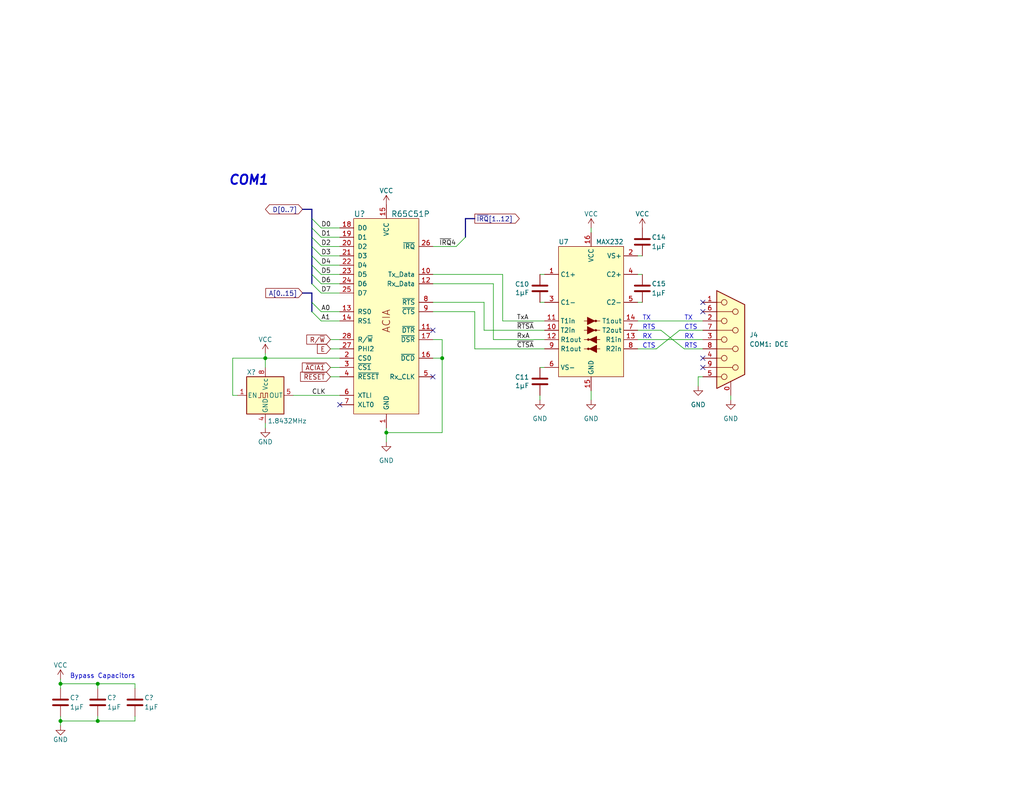
<source format=kicad_sch>
(kicad_sch (version 20230121) (generator eeschema)
  (paper "USLetter")
  (title_block (title "Asynchronous Communication Interface Adapter (ACIA)") (date "2024-02-18") (rev "1.0") (company "Frédéric Segard") (comment 1 "MicroHobbyist") (comment 2 "microhobbyist.com"))
  (lib_symbols
    (symbol "0_Library:MAX232"
      (property "Reference" "U" (at -7.62 0 0))
      (property "Value" "MAX232" (at 1.27 0 0))
      (symbol "MAX232_0_1"
        (rectangle (start -8.89 -1.27) (end 8.89 -36.83) (stroke (width 0.1524)) (fill (type background)))
        (circle (center -0.762 -29.21) (radius 0.254) (stroke (width 0.1524)) (fill (type outline)))
        (circle (center -0.762 -26.67) (radius 0.254) (stroke (width 0.1524)) (fill (type outline)))
        (polyline (pts (xy -1.016 -24.13) (xy -1.905 -24.13)) (stroke (width 0.1524)))
        (polyline (pts (xy -1.016 -21.59) (xy -1.905 -21.59)) (stroke (width 0.1524)))
        (polyline (pts (xy -0.508 -29.21) (xy -1.905 -29.21)) (stroke (width 0.1524)))
        (polyline (pts (xy -0.508 -26.67) (xy -1.905 -26.67)) (stroke (width 0.1524)))
        (polyline (pts (xy 1.016 -24.13) (xy 2.413 -24.13)) (stroke (width 0.1524)))
        (polyline (pts (xy 1.016 -21.59) (xy 2.413 -21.59)) (stroke (width 0.1524)))
        (polyline (pts (xy 1.524 -29.21) (xy 2.413 -29.21)) (stroke (width 0.1524)))
        (polyline (pts (xy 1.524 -26.67) (xy 2.413 -26.67)) (stroke (width 0.1524)))
        (polyline (pts (xy -1.016 -23.114) (xy 1.016 -24.13) (xy -1.016 -25.146) (xy -1.016 -23.114)) (stroke (width 0.1524)) (fill (type outline)))
        (polyline (pts (xy -1.016 -20.574) (xy -1.016 -22.606) (xy 1.016 -21.59) (xy -1.016 -20.574)) (stroke (width 0.1524)) (fill (type outline)))
        (polyline (pts (xy 1.524 -28.194) (xy 1.524 -30.226) (xy -0.508 -29.21) (xy 1.524 -28.194)) (stroke (width 0.1524)) (fill (type outline)))
        (polyline (pts (xy 1.524 -25.781) (xy 1.524 -27.686) (xy -0.508 -26.67) (xy 1.524 -25.781)) (stroke (width 0.1524)) (fill (type outline)))
        (circle (center 1.27 -24.13) (radius 0.254) (stroke (width 0.1524)) (fill (type outline)))
        (circle (center 1.27 -21.59) (radius 0.254) (stroke (width 0.1524)) (fill (type outline)))
      )
      (symbol "MAX232_1_1"
        (pin passive line (at -12.7 -8.89 0) (length 3.81) (name "C1+") (number "1"))
        (pin input line (at -12.7 -24.13 0) (length 3.81) (name "T2in") (number "10"))
        (pin input line (at -12.7 -21.59 0) (length 3.81) (name "T1in") (number "11"))
        (pin output line (at -12.7 -26.67 0) (length 3.81) (name "R1out") (number "12"))
        (pin input line (at 12.7 -26.67 180) (length 3.81) (name "R1in") (number "13"))
        (pin output line (at 12.7 -21.59 180) (length 3.81) (name "T1out") (number "14"))
        (pin power_in line (at 0 -40.64 90) (length 3.81) (name "GND") (number "15"))
        (pin power_in line (at 0 2.54 270) (length 3.81) (name "VCC") (number "16"))
        (pin power_out line (at 12.7 -3.81 180) (length 3.81) (name "VS+") (number "2"))
        (pin passive line (at -12.7 -16.51 0) (length 3.81) (name "C1-") (number "3"))
        (pin passive line (at 12.7 -8.89 180) (length 3.81) (name "C2+") (number "4"))
        (pin passive line (at 12.7 -16.51 180) (length 3.81) (name "C2-") (number "5"))
        (pin power_out line (at -12.7 -34.29 0) (length 3.81) (name "VS-") (number "6"))
        (pin output line (at 12.7 -24.13 180) (length 3.81) (name "T2out") (number "7"))
        (pin input line (at 12.7 -29.21 180) (length 3.81) (name "R2in") (number "8"))
        (pin output line (at -12.7 -29.21 0) (length 3.81) (name "R1out") (number "9"))
      )
    )
    (symbol "0_Library:R65C51" (pin_names (offset 1.016))
      (property "Reference" "U" (at -8.89 19.05 0))
      (property "Value" "R65C51P" (at 1.27 19.05 0))
      (symbol "R65C51_0_1"
        (rectangle (start -8.89 17.78) (end 8.89 -35.56) (fill (type background)))
      )
      (symbol "R65C51_1_0"
        (text "ACIA" (at 0 -10.16 900) (effects (font (size 2 2))))
      )
      (symbol "R65C51_1_1"
        (pin power_in line (at 0 -39.37 90) (length 3.81) (name "GND") (number "1"))
        (pin output line (at 12.7 2.54 180) (length 3.81) (name "Tx_Data") (number "10"))
        (pin output line (at 12.7 -12.7 180) (length 3.81) (name "~{DTR}") (number "11"))
        (pin input line (at 12.7 0 180) (length 3.81) (name "Rx_Data") (number "12"))
        (pin input line (at -12.7 -7.62 0) (length 3.81) (name "RS0") (number "13"))
        (pin input line (at -12.7 -10.16 0) (length 3.81) (name "RS1") (number "14"))
        (pin power_in line (at 0 21.59 270) (length 3.81) (name "VCC") (number "15"))
        (pin input line (at 12.7 -20.32 180) (length 3.81) (name "~{DCD}") (number "16"))
        (pin input line (at 12.7 -15.24 180) (length 3.81) (name "~{DSR}") (number "17"))
        (pin bidirectional line (at -12.7 15.24 0) (length 3.81) (name "D0") (number "18"))
        (pin bidirectional line (at -12.7 12.7 0) (length 3.81) (name "D1") (number "19"))
        (pin input line (at -12.7 -20.32 0) (length 3.81) (name "CS0") (number "2"))
        (pin bidirectional line (at -12.7 10.16 0) (length 3.81) (name "D2") (number "20"))
        (pin bidirectional line (at -12.7 7.62 0) (length 3.81) (name "D3") (number "21"))
        (pin bidirectional line (at -12.7 5.08 0) (length 3.81) (name "D4") (number "22"))
        (pin bidirectional line (at -12.7 2.54 0) (length 3.81) (name "D5") (number "23"))
        (pin bidirectional line (at -12.7 0 0) (length 3.81) (name "D6") (number "24"))
        (pin bidirectional line (at -12.7 -2.54 0) (length 3.81) (name "D7") (number "25"))
        (pin output line (at 12.7 10.16 180) (length 3.81) (name "~{IRQ}") (number "26"))
        (pin input line (at -12.7 -17.78 0) (length 3.81) (name "PHI2") (number "27"))
        (pin input line (at -12.7 -15.24 0) (length 3.81) (name "R/~{W}") (number "28"))
        (pin input line (at -12.7 -22.86 0) (length 3.81) (name "~{CS1}") (number "3"))
        (pin input line (at -12.7 -25.4 0) (length 3.81) (name "~{RESET}") (number "4"))
        (pin bidirectional line (at 12.7 -25.4 180) (length 3.81) (name "Rx_CLK") (number "5"))
        (pin input line (at -12.7 -30.48 0) (length 3.81) (name "XTLI") (number "6"))
        (pin input line (at -12.7 -33.02 0) (length 3.81) (name "XLT0") (number "7"))
        (pin output line (at 12.7 -5.08 180) (length 3.81) (name "~{RTS}") (number "8"))
        (pin input line (at 12.7 -7.62 180) (length 3.81) (name "~{CTS}") (number "9"))
      )
    )
    (symbol "Connector:DE9_Receptacle_MountingHoles" (pin_names (offset 1.016) hide)
      (property "Reference" "J" (at 0 16.51 0))
      (property "Value" "DE9_Receptacle_MountingHoles" (at 0 14.605 0))
      (symbol "DE9_Receptacle_MountingHoles_0_1"
        (circle (center -1.778 -10.16) (radius 0.762))
        (circle (center -1.778 -5.08) (radius 0.762))
        (circle (center -1.778 0) (radius 0.762))
        (circle (center -1.778 5.08) (radius 0.762))
        (circle (center -1.778 10.16) (radius 0.762))
        (polyline (pts (xy -3.81 -10.16) (xy -2.54 -10.16)))
        (polyline (pts (xy -3.81 -7.62) (xy 0.508 -7.62)))
        (polyline (pts (xy -3.81 -5.08) (xy -2.54 -5.08)))
        (polyline (pts (xy -3.81 -2.54) (xy 0.508 -2.54)))
        (polyline (pts (xy -3.81 0) (xy -2.54 0)))
        (polyline (pts (xy -3.81 2.54) (xy 0.508 2.54)))
        (polyline (pts (xy -3.81 5.08) (xy -2.54 5.08)))
        (polyline (pts (xy -3.81 7.62) (xy 0.508 7.62)))
        (polyline (pts (xy -3.81 10.16) (xy -2.54 10.16)))
        (polyline (pts (xy -3.81 13.335) (xy -3.81 -13.335) (xy 3.81 -9.525) (xy 3.81 9.525) (xy -3.81 13.335)) (stroke (width 0.254)) (fill (type background)))
        (circle (center 1.27 -7.62) (radius 0.762))
        (circle (center 1.27 -2.54) (radius 0.762))
        (circle (center 1.27 2.54) (radius 0.762))
        (circle (center 1.27 7.62) (radius 0.762))
      )
      (symbol "DE9_Receptacle_MountingHoles_1_1"
        (pin passive line (at 0 -15.24 90) (length 3.81) (name "PAD") (number "0"))
        (pin passive line (at -7.62 10.16 0) (length 3.81) (name "1") (number "1"))
        (pin passive line (at -7.62 5.08 0) (length 3.81) (name "2") (number "2"))
        (pin passive line (at -7.62 0 0) (length 3.81) (name "3") (number "3"))
        (pin passive line (at -7.62 -5.08 0) (length 3.81) (name "4") (number "4"))
        (pin passive line (at -7.62 -10.16 0) (length 3.81) (name "5") (number "5"))
        (pin passive line (at -7.62 7.62 0) (length 3.81) (name "6") (number "6"))
        (pin passive line (at -7.62 2.54 0) (length 3.81) (name "7") (number "7"))
        (pin passive line (at -7.62 -2.54 0) (length 3.81) (name "8") (number "8"))
        (pin passive line (at -7.62 -7.62 0) (length 3.81) (name "9") (number "9"))
      )
    )
    (symbol "Device:C" (pin_numbers hide) (pin_names (offset 0.254))
      (property "Reference" "C" (at 0.635 2.54 0))
      (property "Value" "C" (at 0.635 -2.54 0))
      (symbol "C_0_1"
        (polyline (pts (xy -2.032 -0.762) (xy 2.032 -0.762)) (stroke (width 0.508)))
        (polyline (pts (xy -2.032 0.762) (xy 2.032 0.762)) (stroke (width 0.508)))
      )
      (symbol "C_1_1"
        (pin passive line (at 0 3.81 270) (length 2.794) (name "~") (number "1"))
        (pin passive line (at 0 -3.81 90) (length 2.794) (name "~") (number "2"))
      )
    )
    (symbol "GND_1" (power) (pin_names (offset 0))
      (property "Value" "GND_1" (at 0 -3.81 0))
      (symbol "GND_1_0_1"
        (polyline (pts (xy 0 0) (xy 0 -1.27) (xy 1.27 -1.27) (xy 0 -2.54) (xy -1.27 -1.27) (xy 0 -1.27)))
      )
      (symbol "GND_1_1_1"
        (pin power_in line (at 0 0 270) (length 0) hide (name "GND") (number "1"))
      )
    )
    (symbol "Oscillator:CXO_DIP8" (pin_names (offset 0.254))
      (property "Reference" "X" (at -5.08 6.35 0))
      (property "Value" "CXO_DIP8" (at 1.27 -6.35 0))
      (symbol "CXO_DIP8_0_1"
        (rectangle (start -5.08 5.08) (end 5.08 -5.08) (stroke (width 0.254)) (fill (type background)))
        (polyline (pts (xy -1.905 -0.635) (xy -1.27 -0.635) (xy -1.27 0.635) (xy -0.635 0.635) (xy -0.635 -0.635) (xy 0 -0.635) (xy 0 0.635) (xy 0.635 0.635) (xy 0.635 -0.635)))
      )
      (symbol "CXO_DIP8_1_1"
        (pin input line (at -7.62 0 0) (length 2.54) (name "EN") (number "1"))
        (pin power_in line (at 0 -7.62 90) (length 2.54) (name "GND") (number "4"))
        (pin output line (at 7.62 0 180) (length 2.54) (name "OUT") (number "5"))
        (pin power_in line (at 0 7.62 270) (length 2.54) (name "Vcc") (number "8"))
      )
    )
    (symbol "power:GND" (power) (pin_names (offset 0))
      (property "Value" "GND" (at 0 -3.81 0))
      (symbol "GND_0_1"
        (polyline (pts (xy 0 0) (xy 0 -1.27) (xy 1.27 -1.27) (xy 0 -2.54) (xy -1.27 -1.27) (xy 0 -1.27)))
      )
      (symbol "GND_1_1"
        (pin power_in line (at 0 0 270) (length 0) hide (name "GND") (number "1"))
      )
    )
    (symbol "power:VCC" (power) (pin_names (offset 0))
      (property "Value" "VCC" (at 0 3.81 0))
      (symbol "VCC_0_1"
        (polyline (pts (xy -0.762 1.27) (xy 0 2.54)))
        (polyline (pts (xy 0 0) (xy 0 2.54)))
        (polyline (pts (xy 0 2.54) (xy 0.762 1.27)))
      )
      (symbol "VCC_1_1"
        (pin power_in line (at 0 0 90) (length 0) hide (name "VCC") (number "1"))
      )
    )
  )
  (junction (at 26.67 196.85))
  (junction (at 105.41 118.11))
  (junction (at 26.67 186.69))
  (junction (at 16.51 196.85))
  (junction (at 120.65 97.79))
  (junction (at 16.51 186.69))
  (junction (at 72.39 97.79))
  (no_connect (at 118.11 102.87))
  (no_connect (at 92.71 110.49))
  (no_connect (at 118.11 90.17))
  (no_connect (at 191.77 85.09))
  (no_connect (at 191.77 82.55))
  (no_connect (at 191.77 97.79))
  (no_connect (at 191.77 100.33))
  (bus_entry (at 85.09 77.47) (size 2.54 2.54))
  (bus_entry (at 85.09 67.31) (size 2.54 2.54))
  (bus_entry (at 85.09 72.39) (size 2.54 2.54))
  (bus_entry (at 85.09 62.23) (size 2.54 2.54))
  (bus_entry (at 85.09 82.55) (size 2.54 2.54))
  (bus_entry (at 85.09 85.09) (size 2.54 2.54))
  (bus_entry (at 85.09 69.85) (size 2.54 2.54))
  (bus_entry (at 85.09 64.77) (size 2.54 2.54))
  (bus_entry (at 85.09 59.69) (size 2.54 2.54))
  (bus_entry (at 124.46 67.31) (size 2.54 -2.54))
  (bus_entry (at 85.09 74.93) (size 2.54 2.54))
  (wire (pts (xy 120.65 97.79) (xy 120.65 92.71)))
  (bus (pts (xy 85.09 82.55) (xy 85.09 85.09)))
  (wire (pts (xy 36.83 195.58) (xy 36.83 196.85)))
  (bus (pts (xy 85.09 59.69) (xy 85.09 57.15)))
  (wire (pts (xy 134.62 92.71) (xy 134.62 77.47)))
  (wire (pts (xy 90.17 100.33) (xy 92.71 100.33)))
  (wire (pts (xy 148.59 92.71) (xy 134.62 92.71)))
  (wire (pts (xy 26.67 195.58) (xy 26.67 196.85)))
  (wire (pts (xy 87.63 87.63) (xy 92.71 87.63)))
  (wire (pts (xy 147.32 74.93) (xy 148.59 74.93)))
  (wire (pts (xy 179.07 95.25) (xy 185.42 90.17)))
  (wire (pts (xy 190.5 102.87) (xy 190.5 105.41)))
  (wire (pts (xy 90.17 92.71) (xy 92.71 92.71)))
  (bus (pts (xy 85.09 62.23) (xy 85.09 59.69)))
  (wire (pts (xy 72.39 97.79) (xy 92.71 97.79)))
  (wire (pts (xy 132.08 82.55) (xy 118.11 82.55)))
  (bus (pts (xy 82.55 80.01) (xy 85.09 80.01)))
  (wire (pts (xy 36.83 186.69) (xy 36.83 187.96)))
  (wire (pts (xy 16.51 186.69) (xy 16.51 187.96)))
  (wire (pts (xy 173.99 74.93) (xy 175.26 74.93)))
  (wire (pts (xy 120.65 92.71) (xy 118.11 92.71)))
  (wire (pts (xy 87.63 72.39) (xy 92.71 72.39)))
  (wire (pts (xy 87.63 80.01) (xy 92.71 80.01)))
  (wire (pts (xy 173.99 87.63) (xy 191.77 87.63)))
  (wire (pts (xy 148.59 87.63) (xy 137.16 87.63)))
  (bus (pts (xy 85.09 77.47) (xy 85.09 74.93)))
  (wire (pts (xy 16.51 185.42) (xy 16.51 186.69)))
  (wire (pts (xy 16.51 186.69) (xy 26.67 186.69)))
  (wire (pts (xy 87.63 74.93) (xy 92.71 74.93)))
  (wire (pts (xy 87.63 64.77) (xy 92.71 64.77)))
  (wire (pts (xy 87.63 69.85) (xy 92.71 69.85)))
  (wire (pts (xy 118.11 74.93) (xy 137.16 74.93)))
  (wire (pts (xy 161.29 109.22) (xy 161.29 106.68)))
  (bus (pts (xy 85.09 69.85) (xy 85.09 67.31)))
  (bus (pts (xy 85.09 64.77) (xy 85.09 62.23)))
  (wire (pts (xy 72.39 116.84) (xy 72.39 115.57)))
  (wire (pts (xy 132.08 90.17) (xy 132.08 82.55)))
  (wire (pts (xy 118.11 97.79) (xy 120.65 97.79)))
  (bus (pts (xy 85.09 74.93) (xy 85.09 72.39)))
  (wire (pts (xy 129.54 85.09) (xy 118.11 85.09)))
  (bus (pts (xy 85.09 72.39) (xy 85.09 69.85)))
  (wire (pts (xy 148.59 90.17) (xy 132.08 90.17)))
  (wire (pts (xy 87.63 85.09) (xy 92.71 85.09)))
  (wire (pts (xy 199.39 107.95) (xy 199.39 109.22)))
  (wire (pts (xy 137.16 87.63) (xy 137.16 74.93)))
  (wire (pts (xy 90.17 102.87) (xy 92.71 102.87)))
  (bus (pts (xy 127 59.69) (xy 129.54 59.69)))
  (wire (pts (xy 26.67 196.85) (xy 36.83 196.85)))
  (wire (pts (xy 87.63 77.47) (xy 92.71 77.47)))
  (wire (pts (xy 118.11 67.31) (xy 124.46 67.31)))
  (wire (pts (xy 173.99 90.17) (xy 180.34 90.17)))
  (wire (pts (xy 147.32 107.95) (xy 147.32 109.22)))
  (wire (pts (xy 186.69 95.25) (xy 180.34 90.17)))
  (wire (pts (xy 173.99 95.25) (xy 179.07 95.25)))
  (wire (pts (xy 120.65 118.11) (xy 105.41 118.11)))
  (wire (pts (xy 72.39 96.52) (xy 72.39 97.79)))
  (bus (pts (xy 85.09 67.31) (xy 85.09 64.77)))
  (bus (pts (xy 127 64.77) (xy 127 59.69)))
  (wire (pts (xy 191.77 102.87) (xy 190.5 102.87)))
  (wire (pts (xy 26.67 186.69) (xy 26.67 187.96)))
  (wire (pts (xy 105.41 118.11) (xy 105.41 116.84)))
  (wire (pts (xy 173.99 69.85) (xy 175.26 69.85)))
  (wire (pts (xy 87.63 62.23) (xy 92.71 62.23)))
  (wire (pts (xy 80.01 107.95) (xy 92.71 107.95)))
  (wire (pts (xy 185.42 90.17) (xy 191.77 90.17)))
  (wire (pts (xy 148.59 95.25) (xy 129.54 95.25)))
  (wire (pts (xy 134.62 77.47) (xy 118.11 77.47)))
  (bus (pts (xy 82.55 57.15) (xy 85.09 57.15)))
  (wire (pts (xy 191.77 95.25) (xy 186.69 95.25)))
  (wire (pts (xy 26.67 186.69) (xy 36.83 186.69)))
  (wire (pts (xy 129.54 95.25) (xy 129.54 85.09)))
  (wire (pts (xy 173.99 92.71) (xy 191.77 92.71)))
  (wire (pts (xy 16.51 196.85) (xy 26.67 196.85)))
  (wire (pts (xy 64.77 107.95) (xy 63.5 107.95)))
  (wire (pts (xy 105.41 118.11) (xy 105.41 120.65)))
  (wire (pts (xy 87.63 67.31) (xy 92.71 67.31)))
  (wire (pts (xy 16.51 196.85) (xy 16.51 198.12)))
  (bus (pts (xy 85.09 82.55) (xy 85.09 80.01)))
  (wire (pts (xy 16.51 195.58) (xy 16.51 196.85)))
  (wire (pts (xy 147.32 82.55) (xy 148.59 82.55)))
  (wire (pts (xy 63.5 107.95) (xy 63.5 97.79)))
  (wire (pts (xy 147.32 100.33) (xy 148.59 100.33)))
  (wire (pts (xy 173.99 82.55) (xy 175.26 82.55)))
  (wire (pts (xy 72.39 97.79) (xy 72.39 100.33)))
  (wire (pts (xy 120.65 97.79) (xy 120.65 118.11)))
  (wire (pts (xy 63.5 97.79) (xy 72.39 97.79)))
  (wire (pts (xy 161.29 62.23) (xy 161.29 63.5)))
  (wire (pts (xy 90.17 95.25) (xy 92.71 95.25)))
  (text "RTS" (at 175.26 90.17 0) (effects (font (size 1.27 1.27)) (justify left bottom)))
  (text "TX" (at 186.69 87.63 0) (effects (font (size 1.27 1.27)) (justify left bottom)))
  (text "CTS" (at 186.69 90.17 0) (effects (font (size 1.27 1.27)) (justify left bottom)))
  (text "COM1" (at 62.23 50.8 0) (effects (font (size 2.54 2.54) (thickness 0.508) bold italic) (justify left bottom)))
  (text "CTS" (at 175.26 95.25 0) (effects (font (size 1.27 1.27)) (justify left bottom)))
  (text "Bypass Capacitors" (at 19.05 185.42 0) (effects (font (size 1.27 1.27)) (justify left bottom)))
  (text "RTS" (at 186.69 95.25 0) (effects (font (size 1.27 1.27)) (justify left bottom)))
  (text "TX" (at 175.26 87.63 0) (effects (font (size 1.27 1.27)) (justify left bottom)))
  (text "RX" (at 175.26 92.71 0) (effects (font (size 1.27 1.27)) (justify left bottom)))
  (text "RX" (at 186.69 92.71 0) (effects (font (size 1.27 1.27)) (justify left bottom)))
  (label "~{IRQ}4" (at 124.46 67.31 180))
  (label "D3" (at 87.63 69.85 0))
  (label "D2" (at 87.63 67.31 0))
  (label "D6" (at 87.63 77.47 0))
  (label "D5" (at 87.63 74.93 0))
  (label "D1" (at 87.63 64.77 0))
  (label "D4" (at 87.63 72.39 0))
  (label "A0" (at 87.63 85.09 0))
  (label "~{RTSA}" (at 140.97 90.17 0))
  (label "A1" (at 87.63 87.63 0))
  (label "D7" (at 87.63 80.01 0))
  (label "RxA" (at 140.97 92.71 0))
  (label "TxA" (at 140.97 87.63 0))
  (label "~{CTSA}" (at 140.97 95.25 0))
  (label "D0" (at 87.63 62.23 0))
  (label "CLK" (at 85.09 107.95 0))
  (global_label "D[0..7]" (shape bidirectional) (at 82.55 57.15 180) (property "Intersheetrefs" "${INTERSHEET_REFS}" (effects hide)))
  (global_label "R{slash}~{W}" (shape input) (at 90.17 92.71 180) (property "Intersheetrefs" "${INTERSHEET_REFS}" (effects hide)))
  (global_label "~{ACIA1}" (shape input) (at 90.17 100.33 180) (property "Intersheetrefs" "${INTERSHEET_REFS}" (effects hide)))
  (global_label "~{IRQ}[1..12]" (shape output) (at 129.54 59.69 0) (property "Intersheetrefs" "${INTERSHEET_REFS}" (effects hide)))
  (global_label "E" (shape input) (at 90.17 95.25 180) (property "Intersheetrefs" "${INTERSHEET_REFS}" (effects hide)))
  (global_label "~{RESET}" (shape input) (at 90.17 102.87 180) (property "Intersheetrefs" "${INTERSHEET_REFS}" (effects hide)))
  (global_label "A[0..15]" (shape input) (at 82.55 80.01 180) (property "Intersheetrefs" "${INTERSHEET_REFS}" (effects hide)))
  (symbol (lib_name "GND_1") (lib_id "power:GND") (at 161.29 109.22 0) (unit 1)
    (property "Reference" "#PWR?" (effects hide))
    (property "Value" "GND" (at 161.29 114.3 0))
    (instances (project "4 - Quad serial" (path "" (reference "#PWR?") (unit 1)) (path "" (reference "#PWR028") (unit 1))) (project "Ep5 - Priority Interrupt Encoder" (path "" (reference "#PWR063") (unit 1))))
  )
  (symbol (lib_id "0_Library:R65C51") (at 105.41 77.47 0) (unit 1)
    (property "Reference" "U?" (at 96.52 58.42 0) (effects (font (size 1.524 1.524)) (justify left)))
    (property "Value" "R65C51P" (at 106.68 58.42 0) (effects (font (size 1.524 1.524)) (justify left)))
    (property "Footprint" "Package_DIP:DIP-28_W15.24mm_Socket" (effects hide))
    (instances (project "Ep5 - Priority Interrupt Encoder" (path "" (reference "U?") (unit 1)) (path "" (reference "U12") (unit 1))))
  )
  (symbol (lib_id "power:VCC") (at 105.41 55.88 0) (unit 1)
    (property "Reference" "#PWR059" (effects hide))
    (property "Value" "VCC" (at 105.41 52.07 0))
    (instances (project "Ep5 - Priority Interrupt Encoder" (path "" (reference "#PWR059") (unit 1)) (path "" (reference "#PWR054") (unit 1))))
  )
  (symbol (lib_id "Connector:DE9_Receptacle_MountingHoles") (at 199.39 92.71 0) (unit 1)
    (property "Reference" "J4" (at 204.47 91.44 0) (effects (justify left)))
    (property "Value" "COM1: DCE" (at 204.47 93.98 0) (effects (justify left)))
    (property "Footprint" "Connector_Dsub:DSUB-9_Female_Horizontal_P2.77x2.84mm_EdgePinOffset4.94mm_Housed_MountingHolesOffset7.48mm" (effects hide))
    (property "Datasheet" " ~" (effects hide))
    (instances (project "4 - Quad serial" (path "" (reference "J4") (unit 1))) (project "Ep5 - Priority Interrupt Encoder" (path "" (reference "J2") (unit 1))))
  )
  (symbol (lib_id "Device:C") (at 26.67 191.77 0) (unit 1)
    (property "Reference" "C?" (at 29.21 190.5 0) (effects (justify left)))
    (property "Value" "1µF" (at 29.21 193.04 0) (effects (justify left)))
    (instances (project "Ep5 - Priority Interrupt Encoder" (path "" (reference "C?") (unit 1)) (path "" (reference "C11") (unit 1)) (path "" (reference "C19") (unit 1)) (path "" (reference "C25") (unit 1))))
  )
  (symbol (lib_id "power:VCC") (at 16.51 185.42 0) (unit 1)
    (property "Reference" "#PWR?" (effects hide))
    (property "Value" "VCC" (at 16.51 181.61 0))
    (instances (project "Ep5 - Priority Interrupt Encoder" (path "" (reference "#PWR?") (unit 1)) (path "" (reference "#PWR029") (unit 1)) (path "" (reference "#PWR066") (unit 1)) (path "" (reference "#PWR083") (unit 1))))
  )
  (symbol (lib_id "Oscillator:CXO_DIP8") (at 72.39 107.95 0) (unit 1)
    (property "Reference" "X?" (at 68.58 101.6 0))
    (property "Value" "1.8432MHz" (at 73.025 114.935 0) (effects (justify left)))
    (property "Footprint" "Oscillator:Oscillator_DIP-8" (effects hide))
    (property "Datasheet" "http://cdn-reichelt.de/documents/datenblatt/B400/OSZI.pdf" (effects hide))
    (instances (project "Ep5 - Priority Interrupt Encoder" (path "" (reference "X?") (unit 1)) (path "" (reference "X?") (unit 1)) (path "" (reference "X2") (unit 1))))
  )
  (symbol (lib_id "power:GND") (at 105.41 120.65 0) (unit 1)
    (property "Reference" "#PWR?" (effects hide))
    (property "Value" "GND" (at 105.41 125.73 0))
    (instances (project "Ep5 - Priority Interrupt Encoder" (path "" (reference "#PWR?") (unit 1)) (path "" (reference "#PWR055") (unit 1))))
  )
  (symbol (lib_name "GND_1") (lib_id "power:GND") (at 199.39 109.22 0) (unit 1)
    (property "Reference" "#PWR?" (effects hide))
    (property "Value" "GND" (at 199.39 114.3 0))
    (instances (project "4 - Quad serial" (path "" (reference "#PWR?") (unit 1)) (path "" (reference "#PWR034") (unit 1))) (project "Ep5 - Priority Interrupt Encoder" (path "" (reference "#PWR068") (unit 1))))
  )
  (symbol (lib_id "Device:C") (at 36.83 191.77 0) (unit 1)
    (property "Reference" "C?" (at 39.37 190.5 0) (effects (justify left)))
    (property "Value" "1µF" (at 39.37 193.04 0) (effects (justify left)))
    (instances (project "Ep5 - Priority Interrupt Encoder" (path "" (reference "C?") (unit 1)) (path "" (reference "C12") (unit 1)) (path "" (reference "C20") (unit 1)) (path "" (reference "C26") (unit 1))))
  )
  (symbol (lib_name "GND_1") (lib_id "power:GND") (at 147.32 109.22 0) (unit 1)
    (property "Reference" "#PWR?" (effects hide))
    (property "Value" "GND" (at 147.32 114.3 0))
    (instances (project "4 - Quad serial" (path "" (reference "#PWR?") (unit 1)) (path "" (reference "#PWR025") (unit 1))) (project "Ep5 - Priority Interrupt Encoder" (path "" (reference "#PWR059") (unit 1))))
  )
  (symbol (lib_id "power:VCC") (at 161.29 62.23 0) (unit 1)
    (property "Reference" "#PWR059" (effects hide))
    (property "Value" "VCC" (at 161.29 58.42 0))
    (instances (project "Ep5 - Priority Interrupt Encoder" (path "" (reference "#PWR059") (unit 1)) (path "" (reference "#PWR060") (unit 1))))
  )
  (symbol (lib_name "GND_1") (lib_id "power:GND") (at 190.5 105.41 0) (unit 1)
    (property "Reference" "#PWR?" (effects hide))
    (property "Value" "GND" (at 190.5 110.49 0))
    (instances (project "4 - Quad serial" (path "" (reference "#PWR?") (unit 1)) (path "" (reference "#PWR033") (unit 1))) (project "Ep5 - Priority Interrupt Encoder" (path "" (reference "#PWR065") (unit 1))))
  )
  (symbol (lib_id "power:VCC") (at 175.26 62.23 0) (unit 1)
    (property "Reference" "#PWR059" (effects hide))
    (property "Value" "VCC" (at 175.26 58.42 0))
    (instances (project "Ep5 - Priority Interrupt Encoder" (path "" (reference "#PWR059") (unit 1)) (path "" (reference "#PWR064") (unit 1))))
  )
  (symbol (lib_id "Device:C") (at 16.51 191.77 0) (unit 1)
    (property "Reference" "C?" (at 19.05 190.5 0) (effects (justify left)))
    (property "Value" "1µF" (at 19.05 193.04 0) (effects (justify left)))
    (instances (project "Ep5 - Priority Interrupt Encoder" (path "" (reference "C?") (unit 1)) (path "" (reference "C10") (unit 1)) (path "" (reference "C18") (unit 1)) (path "" (reference "C24") (unit 1))))
  )
  (symbol (lib_id "Device:C") (at 147.32 78.74 0) (mirror y) (unit 1)
    (property "Reference" "C10" (at 144.399 77.5716 0) (effects (justify left)))
    (property "Value" "1µF" (at 144.399 79.883 0) (effects (justify left)))
    (property "Footprint" "Capacitor_THT:C_Disc_D3.0mm_W1.6mm_P2.50mm" (effects hide))
    (instances (project "4 - Quad serial" (path "" (reference "C10") (unit 1))) (project "Ep5 - Priority Interrupt Encoder" (path "" (reference "C17") (unit 1))))
  )
  (symbol (lib_id "Device:C") (at 175.26 78.74 0) (unit 1)
    (property "Reference" "C15" (at 177.8 77.47 0) (effects (justify left)))
    (property "Value" "1µF" (at 177.8 80.01 0) (effects (justify left)))
    (property "Footprint" "Capacitor_THT:C_Disc_D3.0mm_W1.6mm_P2.50mm" (effects hide))
    (instances (project "4 - Quad serial" (path "" (reference "C15") (unit 1))) (project "Ep5 - Priority Interrupt Encoder" (path "" (reference "C22") (unit 1))))
  )
  (symbol (lib_id "0_Library:MAX232") (at 161.29 66.04 0) (unit 1)
    (property "Reference" "U7" (at 152.4 66.04 0) (effects (justify left)))
    (property "Value" "MAX232" (at 162.56 66.04 0) (effects (justify left)))
    (property "Footprint" "Package_DIP:DIP-16_W7.62mm_Socket" (effects hide))
    (property "Datasheet" "http://www.ti.com/lit/ds/symlink/max232.pdf" (effects hide))
    (instances (project "4 - Quad serial" (path "" (reference "U7") (unit 1))) (project "Ep5 - Priority Interrupt Encoder" (path "" (reference "U14") (unit 1))))
  )
  (symbol (lib_id "power:GND") (at 72.39 116.84 0) (unit 1)
    (property "Reference" "#PWR?" (effects hide))
    (property "Value" "GND" (at 72.39 120.65 0))
    (instances (project "Ep5 - Priority Interrupt Encoder" (path "" (reference "#PWR?") (unit 1)) (path "" (reference "#PWR?") (unit 1)) (path "" (reference "#PWR052") (unit 1))))
  )
  (symbol (lib_id "Device:C") (at 175.26 66.04 0) (unit 1)
    (property "Reference" "C14" (at 177.8 64.77 0) (effects (justify left)))
    (property "Value" "1µF" (at 177.8 67.31 0) (effects (justify left)))
    (property "Footprint" "Capacitor_THT:C_Disc_D3.0mm_W1.6mm_P2.50mm" (effects hide))
    (instances (project "4 - Quad serial" (path "" (reference "C14") (unit 1))) (project "Ep5 - Priority Interrupt Encoder" (path "" (reference "C21") (unit 1))))
  )
  (symbol (lib_id "power:VCC") (at 72.39 96.52 0) (unit 1)
    (property "Reference" "#PWR?" (effects hide))
    (property "Value" "VCC" (at 72.39 92.71 0))
    (instances (project "Ep5 - Priority Interrupt Encoder" (path "" (reference "#PWR?") (unit 1)) (path "" (reference "#PWR?") (unit 1)) (path "" (reference "#PWR051") (unit 1))))
  )
  (symbol (lib_id "power:GND") (at 16.51 198.12 0) (unit 1)
    (property "Reference" "#PWR?" (effects hide))
    (property "Value" "GND" (at 16.51 201.93 0))
    (instances (project "Ep5 - Priority Interrupt Encoder" (path "" (reference "#PWR?") (unit 1)) (path "" (reference "#PWR030") (unit 1)) (path "" (reference "#PWR067") (unit 1)) (path "" (reference "#PWR084") (unit 1))))
  )
  (symbol (lib_id "Device:C") (at 147.32 104.14 0) (mirror y) (unit 1)
    (property "Reference" "C11" (at 144.399 102.9716 0) (effects (justify left)))
    (property "Value" "1µF" (at 144.399 105.283 0) (effects (justify left)))
    (property "Footprint" "Capacitor_THT:C_Disc_D3.0mm_W1.6mm_P2.50mm" (effects hide))
    (instances (project "4 - Quad serial" (path "" (reference "C11") (unit 1))) (project "Ep5 - Priority Interrupt Encoder" (path "" (reference "C20") (unit 1))))
  )
)
</source>
